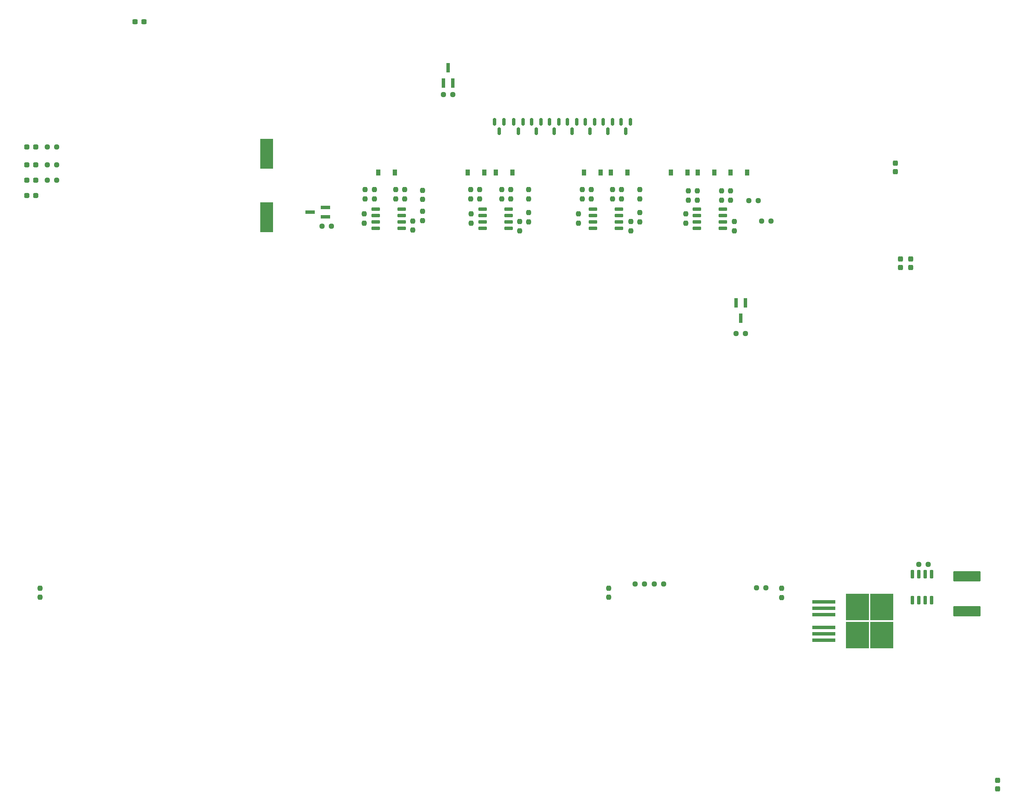
<source format=gtp>
G04 #@! TF.GenerationSoftware,KiCad,Pcbnew,(6.0.7)*
G04 #@! TF.CreationDate,2022-11-19T14:41:37-06:00*
G04 #@! TF.ProjectId,2023Rev1,32303233-5265-4763-912e-6b696361645f,rev?*
G04 #@! TF.SameCoordinates,Original*
G04 #@! TF.FileFunction,Paste,Top*
G04 #@! TF.FilePolarity,Positive*
%FSLAX46Y46*%
G04 Gerber Fmt 4.6, Leading zero omitted, Abs format (unit mm)*
G04 Created by KiCad (PCBNEW (6.0.7)) date 2022-11-19 14:41:37*
%MOMM*%
%LPD*%
G01*
G04 APERTURE LIST*
G04 Aperture macros list*
%AMRoundRect*
0 Rectangle with rounded corners*
0 $1 Rounding radius*
0 $2 $3 $4 $5 $6 $7 $8 $9 X,Y pos of 4 corners*
0 Add a 4 corners polygon primitive as box body*
4,1,4,$2,$3,$4,$5,$6,$7,$8,$9,$2,$3,0*
0 Add four circle primitives for the rounded corners*
1,1,$1+$1,$2,$3*
1,1,$1+$1,$4,$5*
1,1,$1+$1,$6,$7*
1,1,$1+$1,$8,$9*
0 Add four rect primitives between the rounded corners*
20,1,$1+$1,$2,$3,$4,$5,0*
20,1,$1+$1,$4,$5,$6,$7,0*
20,1,$1+$1,$6,$7,$8,$9,0*
20,1,$1+$1,$8,$9,$2,$3,0*%
G04 Aperture macros list end*
%ADD10RoundRect,0.237500X-0.250000X-0.237500X0.250000X-0.237500X0.250000X0.237500X-0.250000X0.237500X0*%
%ADD11RoundRect,0.150000X-0.150000X0.587500X-0.150000X-0.587500X0.150000X-0.587500X0.150000X0.587500X0*%
%ADD12RoundRect,0.237500X-0.237500X0.250000X-0.237500X-0.250000X0.237500X-0.250000X0.237500X0.250000X0*%
%ADD13RoundRect,0.250001X2.474999X-0.799999X2.474999X0.799999X-2.474999X0.799999X-2.474999X-0.799999X0*%
%ADD14R,2.500000X6.000000*%
%ADD15RoundRect,0.237500X-0.237500X0.300000X-0.237500X-0.300000X0.237500X-0.300000X0.237500X0.300000X0*%
%ADD16RoundRect,0.237500X-0.287500X-0.237500X0.287500X-0.237500X0.287500X0.237500X-0.287500X0.237500X0*%
%ADD17RoundRect,0.150000X0.725000X0.150000X-0.725000X0.150000X-0.725000X-0.150000X0.725000X-0.150000X0*%
%ADD18R,0.900000X1.200000*%
%ADD19RoundRect,0.237500X0.250000X0.237500X-0.250000X0.237500X-0.250000X-0.237500X0.250000X-0.237500X0*%
%ADD20R,4.600000X0.800000*%
%ADD21R,4.550000X5.250000*%
%ADD22RoundRect,0.237500X0.237500X-0.250000X0.237500X0.250000X-0.237500X0.250000X-0.237500X-0.250000X0*%
%ADD23RoundRect,0.237500X0.237500X-0.300000X0.237500X0.300000X-0.237500X0.300000X-0.237500X-0.300000X0*%
%ADD24RoundRect,0.237500X-0.300000X-0.237500X0.300000X-0.237500X0.300000X0.237500X-0.300000X0.237500X0*%
%ADD25RoundRect,0.150000X-0.150000X0.725000X-0.150000X-0.725000X0.150000X-0.725000X0.150000X0.725000X0*%
%ADD26R,0.800000X1.900000*%
%ADD27R,1.900000X0.800000*%
G04 APERTURE END LIST*
D10*
X228485602Y-78268102D03*
X230310602Y-78268102D03*
D11*
X190724102Y-62598602D03*
X188824102Y-62598602D03*
X189774102Y-64473602D03*
D12*
X215936102Y-80911602D03*
X215936102Y-82736602D03*
D11*
X194280102Y-62598602D03*
X192380102Y-62598602D03*
X193330102Y-64473602D03*
D13*
X271816102Y-159848102D03*
X271816102Y-152898102D03*
D14*
X132600102Y-68920102D03*
X132600102Y-81520102D03*
D12*
X223048102Y-76339602D03*
X223048102Y-78164602D03*
D10*
X89039602Y-67600102D03*
X90864602Y-67600102D03*
D15*
X277912102Y-193483602D03*
X277912102Y-195208602D03*
D12*
X173264102Y-80911602D03*
X173264102Y-82736602D03*
D16*
X85013102Y-74204102D03*
X86763102Y-74204102D03*
D17*
X159457102Y-83729102D03*
X159457102Y-82459102D03*
X159457102Y-81189102D03*
X159457102Y-79919102D03*
X154307102Y-79919102D03*
X154307102Y-81189102D03*
X154307102Y-82459102D03*
X154307102Y-83729102D03*
D18*
X195744102Y-72680102D03*
X199044102Y-72680102D03*
D16*
X85013102Y-67600102D03*
X86763102Y-67600102D03*
D12*
X201354602Y-76085602D03*
X201354602Y-77910602D03*
X195362102Y-76085602D03*
X195362102Y-77910602D03*
D11*
X183612102Y-62598602D03*
X181712102Y-62598602D03*
X182662102Y-64473602D03*
D12*
X206792102Y-80657602D03*
X206792102Y-82482602D03*
D10*
X205879602Y-154468102D03*
X207704602Y-154468102D03*
D17*
X180757102Y-83729102D03*
X180757102Y-82459102D03*
X180757102Y-81189102D03*
X180757102Y-79919102D03*
X175607102Y-79919102D03*
X175607102Y-81189102D03*
X175607102Y-82459102D03*
X175607102Y-83729102D03*
D12*
X160056102Y-76085602D03*
X160056102Y-77910602D03*
X154086102Y-76085602D03*
X154086102Y-77910602D03*
D10*
X262267602Y-150531102D03*
X264092602Y-150531102D03*
D19*
X231834602Y-155230102D03*
X230009602Y-155230102D03*
D18*
X201078102Y-72680102D03*
X204378102Y-72680102D03*
D10*
X89039602Y-71156102D03*
X90864602Y-71156102D03*
D20*
X243362102Y-158024102D03*
D21*
X254937102Y-164609102D03*
X250087102Y-159059102D03*
X250087102Y-164609102D03*
X254937102Y-159059102D03*
D20*
X243362102Y-159294102D03*
X243362102Y-163104102D03*
X243362102Y-164374102D03*
X243362102Y-160564102D03*
X243362102Y-165644102D03*
D12*
X203132602Y-76085602D03*
X203132602Y-77910602D03*
D10*
X143649602Y-83348102D03*
X145474602Y-83348102D03*
D22*
X174985102Y-77910602D03*
X174985102Y-76085602D03*
D12*
X200660000Y-155297500D03*
X200660000Y-157122500D03*
D11*
X179802102Y-62598602D03*
X177902102Y-62598602D03*
X178852102Y-64473602D03*
D12*
X181138102Y-76085602D03*
X181138102Y-77910602D03*
D11*
X197836102Y-62598602D03*
X195936102Y-62598602D03*
X196886102Y-64473602D03*
D22*
X197140102Y-77910602D03*
X197140102Y-76085602D03*
D15*
X260640102Y-89851602D03*
X260640102Y-91576602D03*
D10*
X89039602Y-74204102D03*
X90864602Y-74204102D03*
D12*
X161708102Y-82285102D03*
X161708102Y-84110102D03*
D16*
X85013102Y-71156102D03*
X86763102Y-71156102D03*
D23*
X257592102Y-72526602D03*
X257592102Y-70801602D03*
D10*
X209689602Y-154468102D03*
X211514602Y-154468102D03*
X167779602Y-57186102D03*
X169604602Y-57186102D03*
D12*
X87630000Y-155297500D03*
X87630000Y-157122500D03*
D22*
X152182102Y-77910602D03*
X152182102Y-76085602D03*
D24*
X106495602Y-42708102D03*
X108220602Y-42708102D03*
D19*
X227770602Y-104684102D03*
X225945602Y-104684102D03*
D12*
X179360102Y-76085602D03*
X179360102Y-77910602D03*
D22*
X163612102Y-78014102D03*
X163612102Y-76189102D03*
D11*
X201392102Y-62598602D03*
X199492102Y-62598602D03*
X200442102Y-64473602D03*
D18*
X172630102Y-72680102D03*
X175930102Y-72680102D03*
D12*
X216444102Y-76339602D03*
X216444102Y-78164602D03*
D22*
X184694102Y-77910602D03*
X184694102Y-76085602D03*
D17*
X223337102Y-83729102D03*
X223337102Y-82459102D03*
X223337102Y-81189102D03*
X223337102Y-79919102D03*
X218187102Y-79919102D03*
X218187102Y-81189102D03*
X218187102Y-82459102D03*
X218187102Y-83729102D03*
D18*
X154850102Y-72680102D03*
X158150102Y-72680102D03*
D22*
X206792102Y-77910602D03*
X206792102Y-76085602D03*
X218222102Y-78164602D03*
X218222102Y-76339602D03*
D17*
X202636102Y-83729102D03*
X202636102Y-82459102D03*
X202636102Y-81189102D03*
X202636102Y-79919102D03*
X197486102Y-79919102D03*
X197486102Y-81189102D03*
X197486102Y-82459102D03*
X197486102Y-83729102D03*
D25*
X264831102Y-152528102D03*
X263561102Y-152528102D03*
X262291102Y-152528102D03*
X261021102Y-152528102D03*
X261021102Y-157678102D03*
X262291102Y-157678102D03*
X263561102Y-157678102D03*
X264831102Y-157678102D03*
D18*
X218350102Y-72680102D03*
X221650102Y-72680102D03*
D26*
X227808102Y-98612102D03*
X225908102Y-98612102D03*
X226858102Y-101612102D03*
X167742102Y-54876102D03*
X169642102Y-54876102D03*
X168692102Y-51876102D03*
D12*
X205014102Y-82435602D03*
X205014102Y-84260602D03*
D18*
X224827102Y-72680102D03*
X228127102Y-72680102D03*
D16*
X85013102Y-77252102D03*
X86763102Y-77252102D03*
D12*
X158278102Y-76085602D03*
X158278102Y-77910602D03*
D19*
X232850602Y-82332102D03*
X231025602Y-82332102D03*
D11*
X187168102Y-62598602D03*
X185268102Y-62598602D03*
X186218102Y-64473602D03*
D27*
X144284102Y-81504102D03*
X144284102Y-79604102D03*
X141284102Y-80554102D03*
D12*
X184694102Y-80657602D03*
X184694102Y-82482602D03*
X152056102Y-80911602D03*
X152056102Y-82736602D03*
X225588102Y-82435602D03*
X225588102Y-84260602D03*
X182916102Y-82435602D03*
X182916102Y-84260602D03*
X163612102Y-80403602D03*
X163612102Y-82228602D03*
D18*
X178218102Y-72680102D03*
X181518102Y-72680102D03*
X213016102Y-72680102D03*
X216316102Y-72680102D03*
D12*
X224826102Y-76339602D03*
X224826102Y-78164602D03*
X194600102Y-80911602D03*
X194600102Y-82736602D03*
D15*
X258608102Y-89851602D03*
X258608102Y-91576602D03*
D11*
X204948102Y-62598602D03*
X203048102Y-62598602D03*
X203998102Y-64473602D03*
D12*
X173207102Y-76085602D03*
X173207102Y-77910602D03*
D22*
X234986102Y-157158602D03*
X234986102Y-155333602D03*
M02*

</source>
